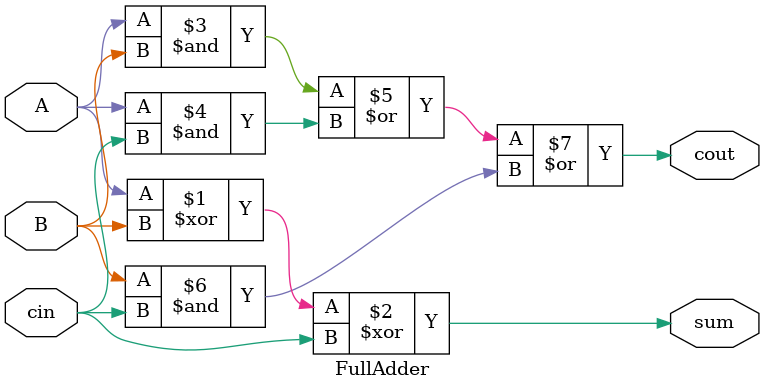
<source format=v>
module FullAdder(A,B,cin,sum,cout);

	input A,B,cin;
	output sum,cout;
	assign sum = A ^ B ^ cin;
	assign cout = (A & B)|(A & cin)|(B & cin);

endmodule

</source>
